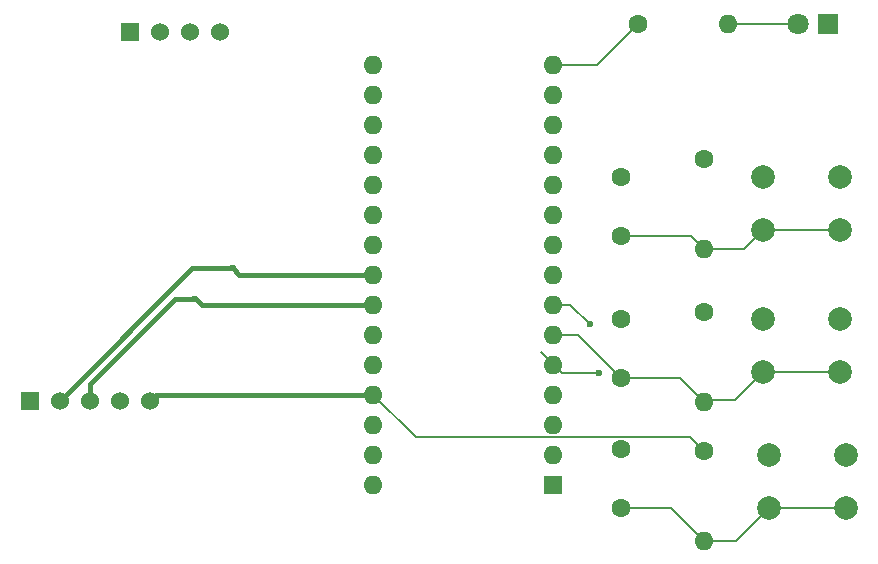
<source format=gtl>
G04 #@! TF.GenerationSoftware,KiCad,Pcbnew,8.0.6*
G04 #@! TF.CreationDate,2024-11-23T14:24:09+05:30*
G04 #@! TF.ProjectId,p1,70312e6b-6963-4616-945f-706362585858,rev?*
G04 #@! TF.SameCoordinates,Original*
G04 #@! TF.FileFunction,Copper,L1,Top*
G04 #@! TF.FilePolarity,Positive*
%FSLAX46Y46*%
G04 Gerber Fmt 4.6, Leading zero omitted, Abs format (unit mm)*
G04 Created by KiCad (PCBNEW 8.0.6) date 2024-11-23 14:24:09*
%MOMM*%
%LPD*%
G01*
G04 APERTURE LIST*
G04 #@! TA.AperFunction,ComponentPad*
%ADD10R,1.524000X1.524000*%
G04 #@! TD*
G04 #@! TA.AperFunction,ComponentPad*
%ADD11C,1.524000*%
G04 #@! TD*
G04 #@! TA.AperFunction,ComponentPad*
%ADD12C,2.000000*%
G04 #@! TD*
G04 #@! TA.AperFunction,ComponentPad*
%ADD13C,1.600000*%
G04 #@! TD*
G04 #@! TA.AperFunction,ComponentPad*
%ADD14O,1.600000X1.600000*%
G04 #@! TD*
G04 #@! TA.AperFunction,ComponentPad*
%ADD15R,1.800000X1.800000*%
G04 #@! TD*
G04 #@! TA.AperFunction,ComponentPad*
%ADD16C,1.800000*%
G04 #@! TD*
G04 #@! TA.AperFunction,ComponentPad*
%ADD17R,1.600000X1.600000*%
G04 #@! TD*
G04 #@! TA.AperFunction,ViaPad*
%ADD18C,0.600000*%
G04 #@! TD*
G04 #@! TA.AperFunction,Conductor*
%ADD19C,0.400000*%
G04 #@! TD*
G04 #@! TA.AperFunction,Conductor*
%ADD20C,0.200000*%
G04 #@! TD*
G04 APERTURE END LIST*
D10*
X95380000Y-67730000D03*
D11*
X97920000Y-67730000D03*
X100460000Y-67730000D03*
X103000000Y-67730000D03*
D10*
X86920000Y-98920000D03*
D11*
X89460000Y-98920000D03*
X92000000Y-98920000D03*
X94540000Y-98920000D03*
X97080000Y-98920000D03*
D12*
X149500000Y-103500000D03*
X156000000Y-103500000D03*
X149500000Y-108000000D03*
X156000000Y-108000000D03*
X149000000Y-92000000D03*
X155500000Y-92000000D03*
X149000000Y-96500000D03*
X155500000Y-96500000D03*
X149000000Y-80000000D03*
X155500000Y-80000000D03*
X149000000Y-84500000D03*
X155500000Y-84500000D03*
D13*
X138380000Y-67000000D03*
D14*
X146000000Y-67000000D03*
D13*
X144000000Y-103190000D03*
D14*
X144000000Y-110810000D03*
D13*
X144000000Y-91380000D03*
D14*
X144000000Y-99000000D03*
D13*
X144000000Y-78500000D03*
D14*
X144000000Y-86120000D03*
D15*
X154460000Y-67000000D03*
D16*
X151920000Y-67000000D03*
D13*
X137000000Y-108000000D03*
X137000000Y-103000000D03*
X137000000Y-97000000D03*
X137000000Y-92000000D03*
X137000000Y-85000000D03*
X137000000Y-80000000D03*
D17*
X131240000Y-106020000D03*
D14*
X131240000Y-103480000D03*
X131240000Y-100940000D03*
X131240000Y-98400000D03*
X131240000Y-95860000D03*
X131240000Y-93320000D03*
X131240000Y-90780000D03*
X131240000Y-88240000D03*
X131240000Y-85700000D03*
X131240000Y-83160000D03*
X131240000Y-80620000D03*
X131240000Y-78080000D03*
X131240000Y-75540000D03*
X131240000Y-73000000D03*
X131240000Y-70460000D03*
X116000000Y-70460000D03*
X116000000Y-73000000D03*
X116000000Y-75540000D03*
X116000000Y-78080000D03*
X116000000Y-80620000D03*
X116000000Y-83160000D03*
X116000000Y-85700000D03*
X116000000Y-88240000D03*
X116000000Y-90780000D03*
X116000000Y-93320000D03*
X116000000Y-95860000D03*
X116000000Y-98400000D03*
X116000000Y-100940000D03*
X116000000Y-103480000D03*
X116000000Y-106020000D03*
D18*
X100900000Y-90300000D03*
X104100000Y-87700000D03*
X134300000Y-92400000D03*
X135100000Y-96600000D03*
D19*
X99200000Y-90300000D02*
X92000000Y-97500000D01*
X100900000Y-90300000D02*
X99200000Y-90300000D01*
X92000000Y-97500000D02*
X92000000Y-98920000D01*
X100680000Y-87700000D02*
X89460000Y-98920000D01*
X104100000Y-87700000D02*
X100680000Y-87700000D01*
X101000000Y-90300000D02*
X100900000Y-90300000D01*
X101480000Y-90780000D02*
X101000000Y-90300000D01*
X116000000Y-90780000D02*
X101480000Y-90780000D01*
X104640000Y-88240000D02*
X104100000Y-87700000D01*
X116000000Y-88240000D02*
X104640000Y-88240000D01*
X97600000Y-98400000D02*
X97080000Y-98920000D01*
X116000000Y-98400000D02*
X97600000Y-98400000D01*
D20*
X132680000Y-90780000D02*
X134300000Y-92400000D01*
X131240000Y-90780000D02*
X132680000Y-90780000D01*
X131980000Y-96600000D02*
X135100000Y-96600000D01*
X130213000Y-94833000D02*
X131980000Y-96600000D01*
X131240000Y-95860000D02*
X130213000Y-94833000D01*
X133320000Y-93320000D02*
X137000000Y-97000000D01*
X131240000Y-93320000D02*
X133320000Y-93320000D01*
X142777000Y-101967000D02*
X119567000Y-101967000D01*
X119567000Y-101967000D02*
X116000000Y-98400000D01*
X144000000Y-103190000D02*
X142777000Y-101967000D01*
X149500000Y-108000000D02*
X156000000Y-108000000D01*
X146690000Y-110810000D02*
X149500000Y-108000000D01*
X144000000Y-110810000D02*
X146690000Y-110810000D01*
X141190000Y-108000000D02*
X144000000Y-110810000D01*
X137000000Y-108000000D02*
X141190000Y-108000000D01*
X149000000Y-96500000D02*
X155500000Y-96500000D01*
X146600000Y-98900000D02*
X149000000Y-96500000D01*
X144100000Y-98900000D02*
X146600000Y-98900000D01*
X144000000Y-99000000D02*
X144100000Y-98900000D01*
X142000000Y-97000000D02*
X144000000Y-99000000D01*
X137000000Y-97000000D02*
X142000000Y-97000000D01*
X149000000Y-84500000D02*
X155500000Y-84500000D01*
X147380000Y-86120000D02*
X149000000Y-84500000D01*
X144000000Y-86120000D02*
X147380000Y-86120000D01*
X137000000Y-85000000D02*
X142880000Y-85000000D01*
X142880000Y-85000000D02*
X144000000Y-86120000D01*
X146000000Y-67000000D02*
X151920000Y-67000000D01*
X134920000Y-70460000D02*
X138380000Y-67000000D01*
X131240000Y-70460000D02*
X134920000Y-70460000D01*
M02*

</source>
